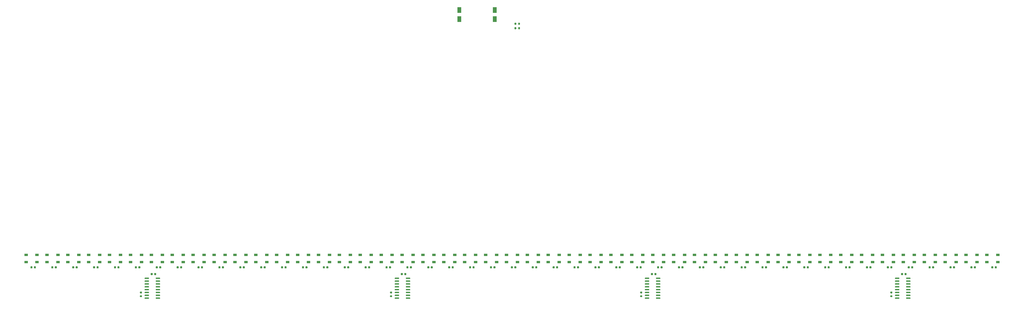
<source format=gbr>
G04 #@! TF.GenerationSoftware,KiCad,Pcbnew,(5.1.7)-1*
G04 #@! TF.CreationDate,2021-02-18T19:16:30-05:00*
G04 #@! TF.ProjectId,OpeNITHM-full,4f70654e-4954-4484-9d2d-66756c6c2e6b,rev?*
G04 #@! TF.SameCoordinates,Original*
G04 #@! TF.FileFunction,Paste,Top*
G04 #@! TF.FilePolarity,Positive*
%FSLAX46Y46*%
G04 Gerber Fmt 4.6, Leading zero omitted, Abs format (unit mm)*
G04 Created by KiCad (PCBNEW (5.1.7)-1) date 2021-02-18 19:16:30*
%MOMM*%
%LPD*%
G01*
G04 APERTURE LIST*
%ADD10R,1.500000X1.000000*%
%ADD11R,1.800000X2.500000*%
G04 APERTURE END LIST*
D10*
X365116667Y-121600000D03*
X365116667Y-118400000D03*
X360216667Y-121600000D03*
X360216667Y-118400000D03*
X355783318Y-121600000D03*
X355783318Y-118400000D03*
X350883318Y-121600000D03*
X350883318Y-118400000D03*
X346449985Y-121600000D03*
X346449985Y-118400000D03*
X341549985Y-121600000D03*
X341549985Y-118400000D03*
X337116652Y-121600000D03*
X337116652Y-118400000D03*
X332216652Y-121600000D03*
X332216652Y-118400000D03*
X327783319Y-121600000D03*
X327783319Y-118400000D03*
X322883319Y-121600000D03*
X322883319Y-118400000D03*
X318449986Y-121600000D03*
X318449986Y-118400000D03*
X313549986Y-121600000D03*
X313549986Y-118400000D03*
X309116653Y-121600000D03*
X309116653Y-118400000D03*
X304216653Y-121600000D03*
X304216653Y-118400000D03*
X299783320Y-121600000D03*
X299783320Y-118400000D03*
X294883320Y-121600000D03*
X294883320Y-118400000D03*
X285549987Y-118400000D03*
X285549987Y-121600000D03*
X290449987Y-118400000D03*
X290449987Y-121600000D03*
X276216654Y-118400000D03*
X276216654Y-121600000D03*
X281116654Y-118400000D03*
X281116654Y-121600000D03*
X266883321Y-118400000D03*
X266883321Y-121600000D03*
X271783321Y-118400000D03*
X271783321Y-121600000D03*
X257549988Y-118400000D03*
X257549988Y-121600000D03*
X262449988Y-118400000D03*
X262449988Y-121600000D03*
X248216655Y-118400000D03*
X248216655Y-121600000D03*
X253116655Y-118400000D03*
X253116655Y-121600000D03*
X238883322Y-118400000D03*
X238883322Y-121600000D03*
X243783322Y-118400000D03*
X243783322Y-121600000D03*
X229549989Y-118400000D03*
X229549989Y-121600000D03*
X234449989Y-118400000D03*
X234449989Y-121600000D03*
X220216656Y-118400000D03*
X220216656Y-121600000D03*
X225116656Y-118400000D03*
X225116656Y-121600000D03*
X210883323Y-118400000D03*
X210883323Y-121600000D03*
X215783323Y-118400000D03*
X215783323Y-121600000D03*
X201549990Y-118400000D03*
X201549990Y-121600000D03*
X206449990Y-118400000D03*
X206449990Y-121600000D03*
X192216657Y-118400000D03*
X192216657Y-121600000D03*
X197116657Y-118400000D03*
X197116657Y-121600000D03*
X182883324Y-118400000D03*
X182883324Y-121600000D03*
X187783324Y-118400000D03*
X187783324Y-121600000D03*
X173549991Y-118400000D03*
X173549991Y-121600000D03*
X178449991Y-118400000D03*
X178449991Y-121600000D03*
X164216658Y-118400000D03*
X164216658Y-121600000D03*
X169116658Y-118400000D03*
X169116658Y-121600000D03*
X154883325Y-118400000D03*
X154883325Y-121600000D03*
X159783325Y-118400000D03*
X159783325Y-121600000D03*
X145549992Y-118400000D03*
X145549992Y-121600000D03*
X150449992Y-118400000D03*
X150449992Y-121600000D03*
X136216659Y-118400000D03*
X136216659Y-121600000D03*
X141116659Y-118400000D03*
X141116659Y-121600000D03*
X126883326Y-118400000D03*
X126883326Y-121600000D03*
X131783326Y-118400000D03*
X131783326Y-121600000D03*
X117549993Y-118400000D03*
X117549993Y-121600000D03*
X122449993Y-118400000D03*
X122449993Y-121600000D03*
X108216660Y-118400000D03*
X108216660Y-121600000D03*
X113116660Y-118400000D03*
X113116660Y-121600000D03*
X98883327Y-118400000D03*
X98883327Y-121600000D03*
X103783327Y-118400000D03*
X103783327Y-121600000D03*
X89549994Y-118400000D03*
X89549994Y-121600000D03*
X94449994Y-118400000D03*
X94449994Y-121600000D03*
X80216661Y-118400000D03*
X80216661Y-121600000D03*
X85116661Y-118400000D03*
X85116661Y-121600000D03*
X70883328Y-118400000D03*
X70883328Y-121600000D03*
X75783328Y-118400000D03*
X75783328Y-121600000D03*
X61549995Y-118400000D03*
X61549995Y-121600000D03*
X66449995Y-118400000D03*
X66449995Y-121600000D03*
X52216662Y-118400000D03*
X52216662Y-121600000D03*
X57116662Y-118400000D03*
X57116662Y-121600000D03*
X42883329Y-118400000D03*
X42883329Y-121600000D03*
X47783329Y-118400000D03*
X47783329Y-121600000D03*
X33549996Y-118400000D03*
X33549996Y-121600000D03*
X38449996Y-118400000D03*
X38449996Y-121600000D03*
X24216663Y-118400000D03*
X24216663Y-121600000D03*
X29116663Y-118400000D03*
X29116663Y-121600000D03*
X14883330Y-118400000D03*
X14883330Y-121600000D03*
X19783330Y-118400000D03*
X19783330Y-121600000D03*
X5549997Y-118400000D03*
X5549997Y-121600000D03*
X10449997Y-118400000D03*
X10449997Y-121600000D03*
X-3783336Y-118400000D03*
X-3783336Y-121600000D03*
X1116664Y-118400000D03*
X1116664Y-121600000D03*
X-13116669Y-118400000D03*
X-13116669Y-121600000D03*
X-8216669Y-118400000D03*
X-8216669Y-121600000D03*
X-22450002Y-118400000D03*
X-22450002Y-121600000D03*
X-17550002Y-118400000D03*
X-17550002Y-121600000D03*
X-31783335Y-118400000D03*
X-31783335Y-121600000D03*
X-26883335Y-118400000D03*
X-26883335Y-121600000D03*
X-41116668Y-118400000D03*
X-41116668Y-121600000D03*
X-36216668Y-118400000D03*
X-36216668Y-121600000D03*
X-50450001Y-118400000D03*
X-50450001Y-121600000D03*
X-45550001Y-118400000D03*
X-45550001Y-121600000D03*
X-59783334Y-118400000D03*
X-59783334Y-121600000D03*
X-54883334Y-118400000D03*
X-54883334Y-121600000D03*
G36*
G01*
X363716667Y-124250000D02*
X363716667Y-123750000D01*
G75*
G02*
X363941667Y-123525000I225000J0D01*
G01*
X364391667Y-123525000D01*
G75*
G02*
X364616667Y-123750000I0J-225000D01*
G01*
X364616667Y-124250000D01*
G75*
G02*
X364391667Y-124475000I-225000J0D01*
G01*
X363941667Y-124475000D01*
G75*
G02*
X363716667Y-124250000I0J225000D01*
G01*
G37*
G36*
G01*
X362166667Y-124250000D02*
X362166667Y-123750000D01*
G75*
G02*
X362391667Y-123525000I225000J0D01*
G01*
X362841667Y-123525000D01*
G75*
G02*
X363066667Y-123750000I0J-225000D01*
G01*
X363066667Y-124250000D01*
G75*
G02*
X362841667Y-124475000I-225000J0D01*
G01*
X362391667Y-124475000D01*
G75*
G02*
X362166667Y-124250000I0J225000D01*
G01*
G37*
G36*
G01*
X354383318Y-124250000D02*
X354383318Y-123750000D01*
G75*
G02*
X354608318Y-123525000I225000J0D01*
G01*
X355058318Y-123525000D01*
G75*
G02*
X355283318Y-123750000I0J-225000D01*
G01*
X355283318Y-124250000D01*
G75*
G02*
X355058318Y-124475000I-225000J0D01*
G01*
X354608318Y-124475000D01*
G75*
G02*
X354383318Y-124250000I0J225000D01*
G01*
G37*
G36*
G01*
X352833318Y-124250000D02*
X352833318Y-123750000D01*
G75*
G02*
X353058318Y-123525000I225000J0D01*
G01*
X353508318Y-123525000D01*
G75*
G02*
X353733318Y-123750000I0J-225000D01*
G01*
X353733318Y-124250000D01*
G75*
G02*
X353508318Y-124475000I-225000J0D01*
G01*
X353058318Y-124475000D01*
G75*
G02*
X352833318Y-124250000I0J225000D01*
G01*
G37*
G36*
G01*
X345049985Y-124250000D02*
X345049985Y-123750000D01*
G75*
G02*
X345274985Y-123525000I225000J0D01*
G01*
X345724985Y-123525000D01*
G75*
G02*
X345949985Y-123750000I0J-225000D01*
G01*
X345949985Y-124250000D01*
G75*
G02*
X345724985Y-124475000I-225000J0D01*
G01*
X345274985Y-124475000D01*
G75*
G02*
X345049985Y-124250000I0J225000D01*
G01*
G37*
G36*
G01*
X343499985Y-124250000D02*
X343499985Y-123750000D01*
G75*
G02*
X343724985Y-123525000I225000J0D01*
G01*
X344174985Y-123525000D01*
G75*
G02*
X344399985Y-123750000I0J-225000D01*
G01*
X344399985Y-124250000D01*
G75*
G02*
X344174985Y-124475000I-225000J0D01*
G01*
X343724985Y-124475000D01*
G75*
G02*
X343499985Y-124250000I0J225000D01*
G01*
G37*
G36*
G01*
X335716652Y-124250000D02*
X335716652Y-123750000D01*
G75*
G02*
X335941652Y-123525000I225000J0D01*
G01*
X336391652Y-123525000D01*
G75*
G02*
X336616652Y-123750000I0J-225000D01*
G01*
X336616652Y-124250000D01*
G75*
G02*
X336391652Y-124475000I-225000J0D01*
G01*
X335941652Y-124475000D01*
G75*
G02*
X335716652Y-124250000I0J225000D01*
G01*
G37*
G36*
G01*
X334166652Y-124250000D02*
X334166652Y-123750000D01*
G75*
G02*
X334391652Y-123525000I225000J0D01*
G01*
X334841652Y-123525000D01*
G75*
G02*
X335066652Y-123750000I0J-225000D01*
G01*
X335066652Y-124250000D01*
G75*
G02*
X334841652Y-124475000I-225000J0D01*
G01*
X334391652Y-124475000D01*
G75*
G02*
X334166652Y-124250000I0J225000D01*
G01*
G37*
G36*
G01*
X326383319Y-124250000D02*
X326383319Y-123750000D01*
G75*
G02*
X326608319Y-123525000I225000J0D01*
G01*
X327058319Y-123525000D01*
G75*
G02*
X327283319Y-123750000I0J-225000D01*
G01*
X327283319Y-124250000D01*
G75*
G02*
X327058319Y-124475000I-225000J0D01*
G01*
X326608319Y-124475000D01*
G75*
G02*
X326383319Y-124250000I0J225000D01*
G01*
G37*
G36*
G01*
X324833319Y-124250000D02*
X324833319Y-123750000D01*
G75*
G02*
X325058319Y-123525000I225000J0D01*
G01*
X325508319Y-123525000D01*
G75*
G02*
X325733319Y-123750000I0J-225000D01*
G01*
X325733319Y-124250000D01*
G75*
G02*
X325508319Y-124475000I-225000J0D01*
G01*
X325058319Y-124475000D01*
G75*
G02*
X324833319Y-124250000I0J225000D01*
G01*
G37*
G36*
G01*
X317049986Y-124250000D02*
X317049986Y-123750000D01*
G75*
G02*
X317274986Y-123525000I225000J0D01*
G01*
X317724986Y-123525000D01*
G75*
G02*
X317949986Y-123750000I0J-225000D01*
G01*
X317949986Y-124250000D01*
G75*
G02*
X317724986Y-124475000I-225000J0D01*
G01*
X317274986Y-124475000D01*
G75*
G02*
X317049986Y-124250000I0J225000D01*
G01*
G37*
G36*
G01*
X315499986Y-124250000D02*
X315499986Y-123750000D01*
G75*
G02*
X315724986Y-123525000I225000J0D01*
G01*
X316174986Y-123525000D01*
G75*
G02*
X316399986Y-123750000I0J-225000D01*
G01*
X316399986Y-124250000D01*
G75*
G02*
X316174986Y-124475000I-225000J0D01*
G01*
X315724986Y-124475000D01*
G75*
G02*
X315499986Y-124250000I0J225000D01*
G01*
G37*
G36*
G01*
X307716653Y-124250000D02*
X307716653Y-123750000D01*
G75*
G02*
X307941653Y-123525000I225000J0D01*
G01*
X308391653Y-123525000D01*
G75*
G02*
X308616653Y-123750000I0J-225000D01*
G01*
X308616653Y-124250000D01*
G75*
G02*
X308391653Y-124475000I-225000J0D01*
G01*
X307941653Y-124475000D01*
G75*
G02*
X307716653Y-124250000I0J225000D01*
G01*
G37*
G36*
G01*
X306166653Y-124250000D02*
X306166653Y-123750000D01*
G75*
G02*
X306391653Y-123525000I225000J0D01*
G01*
X306841653Y-123525000D01*
G75*
G02*
X307066653Y-123750000I0J-225000D01*
G01*
X307066653Y-124250000D01*
G75*
G02*
X306841653Y-124475000I-225000J0D01*
G01*
X306391653Y-124475000D01*
G75*
G02*
X306166653Y-124250000I0J225000D01*
G01*
G37*
G36*
G01*
X298383320Y-124250000D02*
X298383320Y-123750000D01*
G75*
G02*
X298608320Y-123525000I225000J0D01*
G01*
X299058320Y-123525000D01*
G75*
G02*
X299283320Y-123750000I0J-225000D01*
G01*
X299283320Y-124250000D01*
G75*
G02*
X299058320Y-124475000I-225000J0D01*
G01*
X298608320Y-124475000D01*
G75*
G02*
X298383320Y-124250000I0J225000D01*
G01*
G37*
G36*
G01*
X296833320Y-124250000D02*
X296833320Y-123750000D01*
G75*
G02*
X297058320Y-123525000I225000J0D01*
G01*
X297508320Y-123525000D01*
G75*
G02*
X297733320Y-123750000I0J-225000D01*
G01*
X297733320Y-124250000D01*
G75*
G02*
X297508320Y-124475000I-225000J0D01*
G01*
X297058320Y-124475000D01*
G75*
G02*
X296833320Y-124250000I0J225000D01*
G01*
G37*
G36*
G01*
X289049987Y-124250000D02*
X289049987Y-123750000D01*
G75*
G02*
X289274987Y-123525000I225000J0D01*
G01*
X289724987Y-123525000D01*
G75*
G02*
X289949987Y-123750000I0J-225000D01*
G01*
X289949987Y-124250000D01*
G75*
G02*
X289724987Y-124475000I-225000J0D01*
G01*
X289274987Y-124475000D01*
G75*
G02*
X289049987Y-124250000I0J225000D01*
G01*
G37*
G36*
G01*
X287499987Y-124250000D02*
X287499987Y-123750000D01*
G75*
G02*
X287724987Y-123525000I225000J0D01*
G01*
X288174987Y-123525000D01*
G75*
G02*
X288399987Y-123750000I0J-225000D01*
G01*
X288399987Y-124250000D01*
G75*
G02*
X288174987Y-124475000I-225000J0D01*
G01*
X287724987Y-124475000D01*
G75*
G02*
X287499987Y-124250000I0J225000D01*
G01*
G37*
G36*
G01*
X278166654Y-124250000D02*
X278166654Y-123750000D01*
G75*
G02*
X278391654Y-123525000I225000J0D01*
G01*
X278841654Y-123525000D01*
G75*
G02*
X279066654Y-123750000I0J-225000D01*
G01*
X279066654Y-124250000D01*
G75*
G02*
X278841654Y-124475000I-225000J0D01*
G01*
X278391654Y-124475000D01*
G75*
G02*
X278166654Y-124250000I0J225000D01*
G01*
G37*
G36*
G01*
X279716654Y-124250000D02*
X279716654Y-123750000D01*
G75*
G02*
X279941654Y-123525000I225000J0D01*
G01*
X280391654Y-123525000D01*
G75*
G02*
X280616654Y-123750000I0J-225000D01*
G01*
X280616654Y-124250000D01*
G75*
G02*
X280391654Y-124475000I-225000J0D01*
G01*
X279941654Y-124475000D01*
G75*
G02*
X279716654Y-124250000I0J225000D01*
G01*
G37*
G36*
G01*
X268833321Y-124250000D02*
X268833321Y-123750000D01*
G75*
G02*
X269058321Y-123525000I225000J0D01*
G01*
X269508321Y-123525000D01*
G75*
G02*
X269733321Y-123750000I0J-225000D01*
G01*
X269733321Y-124250000D01*
G75*
G02*
X269508321Y-124475000I-225000J0D01*
G01*
X269058321Y-124475000D01*
G75*
G02*
X268833321Y-124250000I0J225000D01*
G01*
G37*
G36*
G01*
X270383321Y-124250000D02*
X270383321Y-123750000D01*
G75*
G02*
X270608321Y-123525000I225000J0D01*
G01*
X271058321Y-123525000D01*
G75*
G02*
X271283321Y-123750000I0J-225000D01*
G01*
X271283321Y-124250000D01*
G75*
G02*
X271058321Y-124475000I-225000J0D01*
G01*
X270608321Y-124475000D01*
G75*
G02*
X270383321Y-124250000I0J225000D01*
G01*
G37*
G36*
G01*
X259499988Y-124250000D02*
X259499988Y-123750000D01*
G75*
G02*
X259724988Y-123525000I225000J0D01*
G01*
X260174988Y-123525000D01*
G75*
G02*
X260399988Y-123750000I0J-225000D01*
G01*
X260399988Y-124250000D01*
G75*
G02*
X260174988Y-124475000I-225000J0D01*
G01*
X259724988Y-124475000D01*
G75*
G02*
X259499988Y-124250000I0J225000D01*
G01*
G37*
G36*
G01*
X261049988Y-124250000D02*
X261049988Y-123750000D01*
G75*
G02*
X261274988Y-123525000I225000J0D01*
G01*
X261724988Y-123525000D01*
G75*
G02*
X261949988Y-123750000I0J-225000D01*
G01*
X261949988Y-124250000D01*
G75*
G02*
X261724988Y-124475000I-225000J0D01*
G01*
X261274988Y-124475000D01*
G75*
G02*
X261049988Y-124250000I0J225000D01*
G01*
G37*
G36*
G01*
X250166655Y-124250000D02*
X250166655Y-123750000D01*
G75*
G02*
X250391655Y-123525000I225000J0D01*
G01*
X250841655Y-123525000D01*
G75*
G02*
X251066655Y-123750000I0J-225000D01*
G01*
X251066655Y-124250000D01*
G75*
G02*
X250841655Y-124475000I-225000J0D01*
G01*
X250391655Y-124475000D01*
G75*
G02*
X250166655Y-124250000I0J225000D01*
G01*
G37*
G36*
G01*
X251716655Y-124250000D02*
X251716655Y-123750000D01*
G75*
G02*
X251941655Y-123525000I225000J0D01*
G01*
X252391655Y-123525000D01*
G75*
G02*
X252616655Y-123750000I0J-225000D01*
G01*
X252616655Y-124250000D01*
G75*
G02*
X252391655Y-124475000I-225000J0D01*
G01*
X251941655Y-124475000D01*
G75*
G02*
X251716655Y-124250000I0J225000D01*
G01*
G37*
G36*
G01*
X240833322Y-124250000D02*
X240833322Y-123750000D01*
G75*
G02*
X241058322Y-123525000I225000J0D01*
G01*
X241508322Y-123525000D01*
G75*
G02*
X241733322Y-123750000I0J-225000D01*
G01*
X241733322Y-124250000D01*
G75*
G02*
X241508322Y-124475000I-225000J0D01*
G01*
X241058322Y-124475000D01*
G75*
G02*
X240833322Y-124250000I0J225000D01*
G01*
G37*
G36*
G01*
X242383322Y-124250000D02*
X242383322Y-123750000D01*
G75*
G02*
X242608322Y-123525000I225000J0D01*
G01*
X243058322Y-123525000D01*
G75*
G02*
X243283322Y-123750000I0J-225000D01*
G01*
X243283322Y-124250000D01*
G75*
G02*
X243058322Y-124475000I-225000J0D01*
G01*
X242608322Y-124475000D01*
G75*
G02*
X242383322Y-124250000I0J225000D01*
G01*
G37*
G36*
G01*
X231499989Y-124250000D02*
X231499989Y-123750000D01*
G75*
G02*
X231724989Y-123525000I225000J0D01*
G01*
X232174989Y-123525000D01*
G75*
G02*
X232399989Y-123750000I0J-225000D01*
G01*
X232399989Y-124250000D01*
G75*
G02*
X232174989Y-124475000I-225000J0D01*
G01*
X231724989Y-124475000D01*
G75*
G02*
X231499989Y-124250000I0J225000D01*
G01*
G37*
G36*
G01*
X233049989Y-124250000D02*
X233049989Y-123750000D01*
G75*
G02*
X233274989Y-123525000I225000J0D01*
G01*
X233724989Y-123525000D01*
G75*
G02*
X233949989Y-123750000I0J-225000D01*
G01*
X233949989Y-124250000D01*
G75*
G02*
X233724989Y-124475000I-225000J0D01*
G01*
X233274989Y-124475000D01*
G75*
G02*
X233049989Y-124250000I0J225000D01*
G01*
G37*
G36*
G01*
X222166656Y-124250000D02*
X222166656Y-123750000D01*
G75*
G02*
X222391656Y-123525000I225000J0D01*
G01*
X222841656Y-123525000D01*
G75*
G02*
X223066656Y-123750000I0J-225000D01*
G01*
X223066656Y-124250000D01*
G75*
G02*
X222841656Y-124475000I-225000J0D01*
G01*
X222391656Y-124475000D01*
G75*
G02*
X222166656Y-124250000I0J225000D01*
G01*
G37*
G36*
G01*
X223716656Y-124250000D02*
X223716656Y-123750000D01*
G75*
G02*
X223941656Y-123525000I225000J0D01*
G01*
X224391656Y-123525000D01*
G75*
G02*
X224616656Y-123750000I0J-225000D01*
G01*
X224616656Y-124250000D01*
G75*
G02*
X224391656Y-124475000I-225000J0D01*
G01*
X223941656Y-124475000D01*
G75*
G02*
X223716656Y-124250000I0J225000D01*
G01*
G37*
G36*
G01*
X212833323Y-124250000D02*
X212833323Y-123750000D01*
G75*
G02*
X213058323Y-123525000I225000J0D01*
G01*
X213508323Y-123525000D01*
G75*
G02*
X213733323Y-123750000I0J-225000D01*
G01*
X213733323Y-124250000D01*
G75*
G02*
X213508323Y-124475000I-225000J0D01*
G01*
X213058323Y-124475000D01*
G75*
G02*
X212833323Y-124250000I0J225000D01*
G01*
G37*
G36*
G01*
X214383323Y-124250000D02*
X214383323Y-123750000D01*
G75*
G02*
X214608323Y-123525000I225000J0D01*
G01*
X215058323Y-123525000D01*
G75*
G02*
X215283323Y-123750000I0J-225000D01*
G01*
X215283323Y-124250000D01*
G75*
G02*
X215058323Y-124475000I-225000J0D01*
G01*
X214608323Y-124475000D01*
G75*
G02*
X214383323Y-124250000I0J225000D01*
G01*
G37*
G36*
G01*
X203499990Y-124250000D02*
X203499990Y-123750000D01*
G75*
G02*
X203724990Y-123525000I225000J0D01*
G01*
X204174990Y-123525000D01*
G75*
G02*
X204399990Y-123750000I0J-225000D01*
G01*
X204399990Y-124250000D01*
G75*
G02*
X204174990Y-124475000I-225000J0D01*
G01*
X203724990Y-124475000D01*
G75*
G02*
X203499990Y-124250000I0J225000D01*
G01*
G37*
G36*
G01*
X205049990Y-124250000D02*
X205049990Y-123750000D01*
G75*
G02*
X205274990Y-123525000I225000J0D01*
G01*
X205724990Y-123525000D01*
G75*
G02*
X205949990Y-123750000I0J-225000D01*
G01*
X205949990Y-124250000D01*
G75*
G02*
X205724990Y-124475000I-225000J0D01*
G01*
X205274990Y-124475000D01*
G75*
G02*
X205049990Y-124250000I0J225000D01*
G01*
G37*
G36*
G01*
X194166657Y-124250000D02*
X194166657Y-123750000D01*
G75*
G02*
X194391657Y-123525000I225000J0D01*
G01*
X194841657Y-123525000D01*
G75*
G02*
X195066657Y-123750000I0J-225000D01*
G01*
X195066657Y-124250000D01*
G75*
G02*
X194841657Y-124475000I-225000J0D01*
G01*
X194391657Y-124475000D01*
G75*
G02*
X194166657Y-124250000I0J225000D01*
G01*
G37*
G36*
G01*
X195716657Y-124250000D02*
X195716657Y-123750000D01*
G75*
G02*
X195941657Y-123525000I225000J0D01*
G01*
X196391657Y-123525000D01*
G75*
G02*
X196616657Y-123750000I0J-225000D01*
G01*
X196616657Y-124250000D01*
G75*
G02*
X196391657Y-124475000I-225000J0D01*
G01*
X195941657Y-124475000D01*
G75*
G02*
X195716657Y-124250000I0J225000D01*
G01*
G37*
G36*
G01*
X184833324Y-124250000D02*
X184833324Y-123750000D01*
G75*
G02*
X185058324Y-123525000I225000J0D01*
G01*
X185508324Y-123525000D01*
G75*
G02*
X185733324Y-123750000I0J-225000D01*
G01*
X185733324Y-124250000D01*
G75*
G02*
X185508324Y-124475000I-225000J0D01*
G01*
X185058324Y-124475000D01*
G75*
G02*
X184833324Y-124250000I0J225000D01*
G01*
G37*
G36*
G01*
X186383324Y-124250000D02*
X186383324Y-123750000D01*
G75*
G02*
X186608324Y-123525000I225000J0D01*
G01*
X187058324Y-123525000D01*
G75*
G02*
X187283324Y-123750000I0J-225000D01*
G01*
X187283324Y-124250000D01*
G75*
G02*
X187058324Y-124475000I-225000J0D01*
G01*
X186608324Y-124475000D01*
G75*
G02*
X186383324Y-124250000I0J225000D01*
G01*
G37*
G36*
G01*
X175499991Y-124250000D02*
X175499991Y-123750000D01*
G75*
G02*
X175724991Y-123525000I225000J0D01*
G01*
X176174991Y-123525000D01*
G75*
G02*
X176399991Y-123750000I0J-225000D01*
G01*
X176399991Y-124250000D01*
G75*
G02*
X176174991Y-124475000I-225000J0D01*
G01*
X175724991Y-124475000D01*
G75*
G02*
X175499991Y-124250000I0J225000D01*
G01*
G37*
G36*
G01*
X177049991Y-124250000D02*
X177049991Y-123750000D01*
G75*
G02*
X177274991Y-123525000I225000J0D01*
G01*
X177724991Y-123525000D01*
G75*
G02*
X177949991Y-123750000I0J-225000D01*
G01*
X177949991Y-124250000D01*
G75*
G02*
X177724991Y-124475000I-225000J0D01*
G01*
X177274991Y-124475000D01*
G75*
G02*
X177049991Y-124250000I0J225000D01*
G01*
G37*
G36*
G01*
X166166658Y-124250000D02*
X166166658Y-123750000D01*
G75*
G02*
X166391658Y-123525000I225000J0D01*
G01*
X166841658Y-123525000D01*
G75*
G02*
X167066658Y-123750000I0J-225000D01*
G01*
X167066658Y-124250000D01*
G75*
G02*
X166841658Y-124475000I-225000J0D01*
G01*
X166391658Y-124475000D01*
G75*
G02*
X166166658Y-124250000I0J225000D01*
G01*
G37*
G36*
G01*
X167716658Y-124250000D02*
X167716658Y-123750000D01*
G75*
G02*
X167941658Y-123525000I225000J0D01*
G01*
X168391658Y-123525000D01*
G75*
G02*
X168616658Y-123750000I0J-225000D01*
G01*
X168616658Y-124250000D01*
G75*
G02*
X168391658Y-124475000I-225000J0D01*
G01*
X167941658Y-124475000D01*
G75*
G02*
X167716658Y-124250000I0J225000D01*
G01*
G37*
G36*
G01*
X156833325Y-124250000D02*
X156833325Y-123750000D01*
G75*
G02*
X157058325Y-123525000I225000J0D01*
G01*
X157508325Y-123525000D01*
G75*
G02*
X157733325Y-123750000I0J-225000D01*
G01*
X157733325Y-124250000D01*
G75*
G02*
X157508325Y-124475000I-225000J0D01*
G01*
X157058325Y-124475000D01*
G75*
G02*
X156833325Y-124250000I0J225000D01*
G01*
G37*
G36*
G01*
X158383325Y-124250000D02*
X158383325Y-123750000D01*
G75*
G02*
X158608325Y-123525000I225000J0D01*
G01*
X159058325Y-123525000D01*
G75*
G02*
X159283325Y-123750000I0J-225000D01*
G01*
X159283325Y-124250000D01*
G75*
G02*
X159058325Y-124475000I-225000J0D01*
G01*
X158608325Y-124475000D01*
G75*
G02*
X158383325Y-124250000I0J225000D01*
G01*
G37*
G36*
G01*
X147499992Y-124250000D02*
X147499992Y-123750000D01*
G75*
G02*
X147724992Y-123525000I225000J0D01*
G01*
X148174992Y-123525000D01*
G75*
G02*
X148399992Y-123750000I0J-225000D01*
G01*
X148399992Y-124250000D01*
G75*
G02*
X148174992Y-124475000I-225000J0D01*
G01*
X147724992Y-124475000D01*
G75*
G02*
X147499992Y-124250000I0J225000D01*
G01*
G37*
G36*
G01*
X149049992Y-124250000D02*
X149049992Y-123750000D01*
G75*
G02*
X149274992Y-123525000I225000J0D01*
G01*
X149724992Y-123525000D01*
G75*
G02*
X149949992Y-123750000I0J-225000D01*
G01*
X149949992Y-124250000D01*
G75*
G02*
X149724992Y-124475000I-225000J0D01*
G01*
X149274992Y-124475000D01*
G75*
G02*
X149049992Y-124250000I0J225000D01*
G01*
G37*
G36*
G01*
X138166659Y-124250000D02*
X138166659Y-123750000D01*
G75*
G02*
X138391659Y-123525000I225000J0D01*
G01*
X138841659Y-123525000D01*
G75*
G02*
X139066659Y-123750000I0J-225000D01*
G01*
X139066659Y-124250000D01*
G75*
G02*
X138841659Y-124475000I-225000J0D01*
G01*
X138391659Y-124475000D01*
G75*
G02*
X138166659Y-124250000I0J225000D01*
G01*
G37*
G36*
G01*
X139716659Y-124250000D02*
X139716659Y-123750000D01*
G75*
G02*
X139941659Y-123525000I225000J0D01*
G01*
X140391659Y-123525000D01*
G75*
G02*
X140616659Y-123750000I0J-225000D01*
G01*
X140616659Y-124250000D01*
G75*
G02*
X140391659Y-124475000I-225000J0D01*
G01*
X139941659Y-124475000D01*
G75*
G02*
X139716659Y-124250000I0J225000D01*
G01*
G37*
G36*
G01*
X128833326Y-124250000D02*
X128833326Y-123750000D01*
G75*
G02*
X129058326Y-123525000I225000J0D01*
G01*
X129508326Y-123525000D01*
G75*
G02*
X129733326Y-123750000I0J-225000D01*
G01*
X129733326Y-124250000D01*
G75*
G02*
X129508326Y-124475000I-225000J0D01*
G01*
X129058326Y-124475000D01*
G75*
G02*
X128833326Y-124250000I0J225000D01*
G01*
G37*
G36*
G01*
X130383326Y-124250000D02*
X130383326Y-123750000D01*
G75*
G02*
X130608326Y-123525000I225000J0D01*
G01*
X131058326Y-123525000D01*
G75*
G02*
X131283326Y-123750000I0J-225000D01*
G01*
X131283326Y-124250000D01*
G75*
G02*
X131058326Y-124475000I-225000J0D01*
G01*
X130608326Y-124475000D01*
G75*
G02*
X130383326Y-124250000I0J225000D01*
G01*
G37*
G36*
G01*
X119499993Y-124250000D02*
X119499993Y-123750000D01*
G75*
G02*
X119724993Y-123525000I225000J0D01*
G01*
X120174993Y-123525000D01*
G75*
G02*
X120399993Y-123750000I0J-225000D01*
G01*
X120399993Y-124250000D01*
G75*
G02*
X120174993Y-124475000I-225000J0D01*
G01*
X119724993Y-124475000D01*
G75*
G02*
X119499993Y-124250000I0J225000D01*
G01*
G37*
G36*
G01*
X121049993Y-124250000D02*
X121049993Y-123750000D01*
G75*
G02*
X121274993Y-123525000I225000J0D01*
G01*
X121724993Y-123525000D01*
G75*
G02*
X121949993Y-123750000I0J-225000D01*
G01*
X121949993Y-124250000D01*
G75*
G02*
X121724993Y-124475000I-225000J0D01*
G01*
X121274993Y-124475000D01*
G75*
G02*
X121049993Y-124250000I0J225000D01*
G01*
G37*
G36*
G01*
X110166660Y-124250000D02*
X110166660Y-123750000D01*
G75*
G02*
X110391660Y-123525000I225000J0D01*
G01*
X110841660Y-123525000D01*
G75*
G02*
X111066660Y-123750000I0J-225000D01*
G01*
X111066660Y-124250000D01*
G75*
G02*
X110841660Y-124475000I-225000J0D01*
G01*
X110391660Y-124475000D01*
G75*
G02*
X110166660Y-124250000I0J225000D01*
G01*
G37*
G36*
G01*
X111716660Y-124250000D02*
X111716660Y-123750000D01*
G75*
G02*
X111941660Y-123525000I225000J0D01*
G01*
X112391660Y-123525000D01*
G75*
G02*
X112616660Y-123750000I0J-225000D01*
G01*
X112616660Y-124250000D01*
G75*
G02*
X112391660Y-124475000I-225000J0D01*
G01*
X111941660Y-124475000D01*
G75*
G02*
X111716660Y-124250000I0J225000D01*
G01*
G37*
G36*
G01*
X100833327Y-124250000D02*
X100833327Y-123750000D01*
G75*
G02*
X101058327Y-123525000I225000J0D01*
G01*
X101508327Y-123525000D01*
G75*
G02*
X101733327Y-123750000I0J-225000D01*
G01*
X101733327Y-124250000D01*
G75*
G02*
X101508327Y-124475000I-225000J0D01*
G01*
X101058327Y-124475000D01*
G75*
G02*
X100833327Y-124250000I0J225000D01*
G01*
G37*
G36*
G01*
X102383327Y-124250000D02*
X102383327Y-123750000D01*
G75*
G02*
X102608327Y-123525000I225000J0D01*
G01*
X103058327Y-123525000D01*
G75*
G02*
X103283327Y-123750000I0J-225000D01*
G01*
X103283327Y-124250000D01*
G75*
G02*
X103058327Y-124475000I-225000J0D01*
G01*
X102608327Y-124475000D01*
G75*
G02*
X102383327Y-124250000I0J225000D01*
G01*
G37*
G36*
G01*
X91499994Y-124250000D02*
X91499994Y-123750000D01*
G75*
G02*
X91724994Y-123525000I225000J0D01*
G01*
X92174994Y-123525000D01*
G75*
G02*
X92399994Y-123750000I0J-225000D01*
G01*
X92399994Y-124250000D01*
G75*
G02*
X92174994Y-124475000I-225000J0D01*
G01*
X91724994Y-124475000D01*
G75*
G02*
X91499994Y-124250000I0J225000D01*
G01*
G37*
G36*
G01*
X93049994Y-124250000D02*
X93049994Y-123750000D01*
G75*
G02*
X93274994Y-123525000I225000J0D01*
G01*
X93724994Y-123525000D01*
G75*
G02*
X93949994Y-123750000I0J-225000D01*
G01*
X93949994Y-124250000D01*
G75*
G02*
X93724994Y-124475000I-225000J0D01*
G01*
X93274994Y-124475000D01*
G75*
G02*
X93049994Y-124250000I0J225000D01*
G01*
G37*
G36*
G01*
X82166661Y-124250000D02*
X82166661Y-123750000D01*
G75*
G02*
X82391661Y-123525000I225000J0D01*
G01*
X82841661Y-123525000D01*
G75*
G02*
X83066661Y-123750000I0J-225000D01*
G01*
X83066661Y-124250000D01*
G75*
G02*
X82841661Y-124475000I-225000J0D01*
G01*
X82391661Y-124475000D01*
G75*
G02*
X82166661Y-124250000I0J225000D01*
G01*
G37*
G36*
G01*
X83716661Y-124250000D02*
X83716661Y-123750000D01*
G75*
G02*
X83941661Y-123525000I225000J0D01*
G01*
X84391661Y-123525000D01*
G75*
G02*
X84616661Y-123750000I0J-225000D01*
G01*
X84616661Y-124250000D01*
G75*
G02*
X84391661Y-124475000I-225000J0D01*
G01*
X83941661Y-124475000D01*
G75*
G02*
X83716661Y-124250000I0J225000D01*
G01*
G37*
G36*
G01*
X72833328Y-124250000D02*
X72833328Y-123750000D01*
G75*
G02*
X73058328Y-123525000I225000J0D01*
G01*
X73508328Y-123525000D01*
G75*
G02*
X73733328Y-123750000I0J-225000D01*
G01*
X73733328Y-124250000D01*
G75*
G02*
X73508328Y-124475000I-225000J0D01*
G01*
X73058328Y-124475000D01*
G75*
G02*
X72833328Y-124250000I0J225000D01*
G01*
G37*
G36*
G01*
X74383328Y-124250000D02*
X74383328Y-123750000D01*
G75*
G02*
X74608328Y-123525000I225000J0D01*
G01*
X75058328Y-123525000D01*
G75*
G02*
X75283328Y-123750000I0J-225000D01*
G01*
X75283328Y-124250000D01*
G75*
G02*
X75058328Y-124475000I-225000J0D01*
G01*
X74608328Y-124475000D01*
G75*
G02*
X74383328Y-124250000I0J225000D01*
G01*
G37*
G36*
G01*
X63499995Y-124250000D02*
X63499995Y-123750000D01*
G75*
G02*
X63724995Y-123525000I225000J0D01*
G01*
X64174995Y-123525000D01*
G75*
G02*
X64399995Y-123750000I0J-225000D01*
G01*
X64399995Y-124250000D01*
G75*
G02*
X64174995Y-124475000I-225000J0D01*
G01*
X63724995Y-124475000D01*
G75*
G02*
X63499995Y-124250000I0J225000D01*
G01*
G37*
G36*
G01*
X65049995Y-124250000D02*
X65049995Y-123750000D01*
G75*
G02*
X65274995Y-123525000I225000J0D01*
G01*
X65724995Y-123525000D01*
G75*
G02*
X65949995Y-123750000I0J-225000D01*
G01*
X65949995Y-124250000D01*
G75*
G02*
X65724995Y-124475000I-225000J0D01*
G01*
X65274995Y-124475000D01*
G75*
G02*
X65049995Y-124250000I0J225000D01*
G01*
G37*
G36*
G01*
X54166662Y-124250000D02*
X54166662Y-123750000D01*
G75*
G02*
X54391662Y-123525000I225000J0D01*
G01*
X54841662Y-123525000D01*
G75*
G02*
X55066662Y-123750000I0J-225000D01*
G01*
X55066662Y-124250000D01*
G75*
G02*
X54841662Y-124475000I-225000J0D01*
G01*
X54391662Y-124475000D01*
G75*
G02*
X54166662Y-124250000I0J225000D01*
G01*
G37*
G36*
G01*
X55716662Y-124250000D02*
X55716662Y-123750000D01*
G75*
G02*
X55941662Y-123525000I225000J0D01*
G01*
X56391662Y-123525000D01*
G75*
G02*
X56616662Y-123750000I0J-225000D01*
G01*
X56616662Y-124250000D01*
G75*
G02*
X56391662Y-124475000I-225000J0D01*
G01*
X55941662Y-124475000D01*
G75*
G02*
X55716662Y-124250000I0J225000D01*
G01*
G37*
G36*
G01*
X44833329Y-124250000D02*
X44833329Y-123750000D01*
G75*
G02*
X45058329Y-123525000I225000J0D01*
G01*
X45508329Y-123525000D01*
G75*
G02*
X45733329Y-123750000I0J-225000D01*
G01*
X45733329Y-124250000D01*
G75*
G02*
X45508329Y-124475000I-225000J0D01*
G01*
X45058329Y-124475000D01*
G75*
G02*
X44833329Y-124250000I0J225000D01*
G01*
G37*
G36*
G01*
X46383329Y-124250000D02*
X46383329Y-123750000D01*
G75*
G02*
X46608329Y-123525000I225000J0D01*
G01*
X47058329Y-123525000D01*
G75*
G02*
X47283329Y-123750000I0J-225000D01*
G01*
X47283329Y-124250000D01*
G75*
G02*
X47058329Y-124475000I-225000J0D01*
G01*
X46608329Y-124475000D01*
G75*
G02*
X46383329Y-124250000I0J225000D01*
G01*
G37*
G36*
G01*
X35499996Y-124250000D02*
X35499996Y-123750000D01*
G75*
G02*
X35724996Y-123525000I225000J0D01*
G01*
X36174996Y-123525000D01*
G75*
G02*
X36399996Y-123750000I0J-225000D01*
G01*
X36399996Y-124250000D01*
G75*
G02*
X36174996Y-124475000I-225000J0D01*
G01*
X35724996Y-124475000D01*
G75*
G02*
X35499996Y-124250000I0J225000D01*
G01*
G37*
G36*
G01*
X37049996Y-124250000D02*
X37049996Y-123750000D01*
G75*
G02*
X37274996Y-123525000I225000J0D01*
G01*
X37724996Y-123525000D01*
G75*
G02*
X37949996Y-123750000I0J-225000D01*
G01*
X37949996Y-124250000D01*
G75*
G02*
X37724996Y-124475000I-225000J0D01*
G01*
X37274996Y-124475000D01*
G75*
G02*
X37049996Y-124250000I0J225000D01*
G01*
G37*
G36*
G01*
X26166663Y-124250000D02*
X26166663Y-123750000D01*
G75*
G02*
X26391663Y-123525000I225000J0D01*
G01*
X26841663Y-123525000D01*
G75*
G02*
X27066663Y-123750000I0J-225000D01*
G01*
X27066663Y-124250000D01*
G75*
G02*
X26841663Y-124475000I-225000J0D01*
G01*
X26391663Y-124475000D01*
G75*
G02*
X26166663Y-124250000I0J225000D01*
G01*
G37*
G36*
G01*
X27716663Y-124250000D02*
X27716663Y-123750000D01*
G75*
G02*
X27941663Y-123525000I225000J0D01*
G01*
X28391663Y-123525000D01*
G75*
G02*
X28616663Y-123750000I0J-225000D01*
G01*
X28616663Y-124250000D01*
G75*
G02*
X28391663Y-124475000I-225000J0D01*
G01*
X27941663Y-124475000D01*
G75*
G02*
X27716663Y-124250000I0J225000D01*
G01*
G37*
G36*
G01*
X18383330Y-124250000D02*
X18383330Y-123750000D01*
G75*
G02*
X18608330Y-123525000I225000J0D01*
G01*
X19058330Y-123525000D01*
G75*
G02*
X19283330Y-123750000I0J-225000D01*
G01*
X19283330Y-124250000D01*
G75*
G02*
X19058330Y-124475000I-225000J0D01*
G01*
X18608330Y-124475000D01*
G75*
G02*
X18383330Y-124250000I0J225000D01*
G01*
G37*
G36*
G01*
X16833330Y-124250000D02*
X16833330Y-123750000D01*
G75*
G02*
X17058330Y-123525000I225000J0D01*
G01*
X17508330Y-123525000D01*
G75*
G02*
X17733330Y-123750000I0J-225000D01*
G01*
X17733330Y-124250000D01*
G75*
G02*
X17508330Y-124475000I-225000J0D01*
G01*
X17058330Y-124475000D01*
G75*
G02*
X16833330Y-124250000I0J225000D01*
G01*
G37*
G36*
G01*
X7499997Y-124250000D02*
X7499997Y-123750000D01*
G75*
G02*
X7724997Y-123525000I225000J0D01*
G01*
X8174997Y-123525000D01*
G75*
G02*
X8399997Y-123750000I0J-225000D01*
G01*
X8399997Y-124250000D01*
G75*
G02*
X8174997Y-124475000I-225000J0D01*
G01*
X7724997Y-124475000D01*
G75*
G02*
X7499997Y-124250000I0J225000D01*
G01*
G37*
G36*
G01*
X9049997Y-124250000D02*
X9049997Y-123750000D01*
G75*
G02*
X9274997Y-123525000I225000J0D01*
G01*
X9724997Y-123525000D01*
G75*
G02*
X9949997Y-123750000I0J-225000D01*
G01*
X9949997Y-124250000D01*
G75*
G02*
X9724997Y-124475000I-225000J0D01*
G01*
X9274997Y-124475000D01*
G75*
G02*
X9049997Y-124250000I0J225000D01*
G01*
G37*
G36*
G01*
X-1833336Y-124250000D02*
X-1833336Y-123750000D01*
G75*
G02*
X-1608336Y-123525000I225000J0D01*
G01*
X-1158336Y-123525000D01*
G75*
G02*
X-933336Y-123750000I0J-225000D01*
G01*
X-933336Y-124250000D01*
G75*
G02*
X-1158336Y-124475000I-225000J0D01*
G01*
X-1608336Y-124475000D01*
G75*
G02*
X-1833336Y-124250000I0J225000D01*
G01*
G37*
G36*
G01*
X-283336Y-124250000D02*
X-283336Y-123750000D01*
G75*
G02*
X-58336Y-123525000I225000J0D01*
G01*
X391664Y-123525000D01*
G75*
G02*
X616664Y-123750000I0J-225000D01*
G01*
X616664Y-124250000D01*
G75*
G02*
X391664Y-124475000I-225000J0D01*
G01*
X-58336Y-124475000D01*
G75*
G02*
X-283336Y-124250000I0J225000D01*
G01*
G37*
G36*
G01*
X-11166669Y-124250000D02*
X-11166669Y-123750000D01*
G75*
G02*
X-10941669Y-123525000I225000J0D01*
G01*
X-10491669Y-123525000D01*
G75*
G02*
X-10266669Y-123750000I0J-225000D01*
G01*
X-10266669Y-124250000D01*
G75*
G02*
X-10491669Y-124475000I-225000J0D01*
G01*
X-10941669Y-124475000D01*
G75*
G02*
X-11166669Y-124250000I0J225000D01*
G01*
G37*
G36*
G01*
X-9616669Y-124250000D02*
X-9616669Y-123750000D01*
G75*
G02*
X-9391669Y-123525000I225000J0D01*
G01*
X-8941669Y-123525000D01*
G75*
G02*
X-8716669Y-123750000I0J-225000D01*
G01*
X-8716669Y-124250000D01*
G75*
G02*
X-8941669Y-124475000I-225000J0D01*
G01*
X-9391669Y-124475000D01*
G75*
G02*
X-9616669Y-124250000I0J225000D01*
G01*
G37*
G36*
G01*
X-20500002Y-124250000D02*
X-20500002Y-123750000D01*
G75*
G02*
X-20275002Y-123525000I225000J0D01*
G01*
X-19825002Y-123525000D01*
G75*
G02*
X-19600002Y-123750000I0J-225000D01*
G01*
X-19600002Y-124250000D01*
G75*
G02*
X-19825002Y-124475000I-225000J0D01*
G01*
X-20275002Y-124475000D01*
G75*
G02*
X-20500002Y-124250000I0J225000D01*
G01*
G37*
G36*
G01*
X-18950002Y-124250000D02*
X-18950002Y-123750000D01*
G75*
G02*
X-18725002Y-123525000I225000J0D01*
G01*
X-18275002Y-123525000D01*
G75*
G02*
X-18050002Y-123750000I0J-225000D01*
G01*
X-18050002Y-124250000D01*
G75*
G02*
X-18275002Y-124475000I-225000J0D01*
G01*
X-18725002Y-124475000D01*
G75*
G02*
X-18950002Y-124250000I0J225000D01*
G01*
G37*
G36*
G01*
X-29833335Y-124250000D02*
X-29833335Y-123750000D01*
G75*
G02*
X-29608335Y-123525000I225000J0D01*
G01*
X-29158335Y-123525000D01*
G75*
G02*
X-28933335Y-123750000I0J-225000D01*
G01*
X-28933335Y-124250000D01*
G75*
G02*
X-29158335Y-124475000I-225000J0D01*
G01*
X-29608335Y-124475000D01*
G75*
G02*
X-29833335Y-124250000I0J225000D01*
G01*
G37*
G36*
G01*
X-28283335Y-124250000D02*
X-28283335Y-123750000D01*
G75*
G02*
X-28058335Y-123525000I225000J0D01*
G01*
X-27608335Y-123525000D01*
G75*
G02*
X-27383335Y-123750000I0J-225000D01*
G01*
X-27383335Y-124250000D01*
G75*
G02*
X-27608335Y-124475000I-225000J0D01*
G01*
X-28058335Y-124475000D01*
G75*
G02*
X-28283335Y-124250000I0J225000D01*
G01*
G37*
G36*
G01*
X-39166668Y-124250000D02*
X-39166668Y-123750000D01*
G75*
G02*
X-38941668Y-123525000I225000J0D01*
G01*
X-38491668Y-123525000D01*
G75*
G02*
X-38266668Y-123750000I0J-225000D01*
G01*
X-38266668Y-124250000D01*
G75*
G02*
X-38491668Y-124475000I-225000J0D01*
G01*
X-38941668Y-124475000D01*
G75*
G02*
X-39166668Y-124250000I0J225000D01*
G01*
G37*
G36*
G01*
X-37616668Y-124250000D02*
X-37616668Y-123750000D01*
G75*
G02*
X-37391668Y-123525000I225000J0D01*
G01*
X-36941668Y-123525000D01*
G75*
G02*
X-36716668Y-123750000I0J-225000D01*
G01*
X-36716668Y-124250000D01*
G75*
G02*
X-36941668Y-124475000I-225000J0D01*
G01*
X-37391668Y-124475000D01*
G75*
G02*
X-37616668Y-124250000I0J225000D01*
G01*
G37*
G36*
G01*
X-48500001Y-124250000D02*
X-48500001Y-123750000D01*
G75*
G02*
X-48275001Y-123525000I225000J0D01*
G01*
X-47825001Y-123525000D01*
G75*
G02*
X-47600001Y-123750000I0J-225000D01*
G01*
X-47600001Y-124250000D01*
G75*
G02*
X-47825001Y-124475000I-225000J0D01*
G01*
X-48275001Y-124475000D01*
G75*
G02*
X-48500001Y-124250000I0J225000D01*
G01*
G37*
G36*
G01*
X-46950001Y-124250000D02*
X-46950001Y-123750000D01*
G75*
G02*
X-46725001Y-123525000I225000J0D01*
G01*
X-46275001Y-123525000D01*
G75*
G02*
X-46050001Y-123750000I0J-225000D01*
G01*
X-46050001Y-124250000D01*
G75*
G02*
X-46275001Y-124475000I-225000J0D01*
G01*
X-46725001Y-124475000D01*
G75*
G02*
X-46950001Y-124250000I0J225000D01*
G01*
G37*
G36*
G01*
X-57833334Y-124250000D02*
X-57833334Y-123750000D01*
G75*
G02*
X-57608334Y-123525000I225000J0D01*
G01*
X-57158334Y-123525000D01*
G75*
G02*
X-56933334Y-123750000I0J-225000D01*
G01*
X-56933334Y-124250000D01*
G75*
G02*
X-57158334Y-124475000I-225000J0D01*
G01*
X-57608334Y-124475000D01*
G75*
G02*
X-57833334Y-124250000I0J225000D01*
G01*
G37*
G36*
G01*
X-56283334Y-124250000D02*
X-56283334Y-123750000D01*
G75*
G02*
X-56058334Y-123525000I225000J0D01*
G01*
X-55608334Y-123525000D01*
G75*
G02*
X-55383334Y-123750000I0J-225000D01*
G01*
X-55383334Y-124250000D01*
G75*
G02*
X-55608334Y-124475000I-225000J0D01*
G01*
X-56058334Y-124475000D01*
G75*
G02*
X-56283334Y-124250000I0J225000D01*
G01*
G37*
G36*
G01*
X-67166667Y-124250000D02*
X-67166667Y-123750000D01*
G75*
G02*
X-66941667Y-123525000I225000J0D01*
G01*
X-66491667Y-123525000D01*
G75*
G02*
X-66266667Y-123750000I0J-225000D01*
G01*
X-66266667Y-124250000D01*
G75*
G02*
X-66491667Y-124475000I-225000J0D01*
G01*
X-66941667Y-124475000D01*
G75*
G02*
X-67166667Y-124250000I0J225000D01*
G01*
G37*
G36*
G01*
X-65616667Y-124250000D02*
X-65616667Y-123750000D01*
G75*
G02*
X-65391667Y-123525000I225000J0D01*
G01*
X-64941667Y-123525000D01*
G75*
G02*
X-64716667Y-123750000I0J-225000D01*
G01*
X-64716667Y-124250000D01*
G75*
G02*
X-64941667Y-124475000I-225000J0D01*
G01*
X-65391667Y-124475000D01*
G75*
G02*
X-65616667Y-124250000I0J225000D01*
G01*
G37*
X-69116667Y-118400000D03*
X-69116667Y-121600000D03*
X-64216667Y-118400000D03*
X-64216667Y-121600000D03*
D11*
X124460000Y-12890000D03*
X124460000Y-8890000D03*
X140335000Y-12890000D03*
X140335000Y-8890000D03*
G36*
G01*
X100560000Y-129055000D02*
X100560000Y-128755000D01*
G75*
G02*
X100710000Y-128605000I150000J0D01*
G01*
X102360000Y-128605000D01*
G75*
G02*
X102510000Y-128755000I0J-150000D01*
G01*
X102510000Y-129055000D01*
G75*
G02*
X102360000Y-129205000I-150000J0D01*
G01*
X100710000Y-129205000D01*
G75*
G02*
X100560000Y-129055000I0J150000D01*
G01*
G37*
G36*
G01*
X100560000Y-130325000D02*
X100560000Y-130025000D01*
G75*
G02*
X100710000Y-129875000I150000J0D01*
G01*
X102360000Y-129875000D01*
G75*
G02*
X102510000Y-130025000I0J-150000D01*
G01*
X102510000Y-130325000D01*
G75*
G02*
X102360000Y-130475000I-150000J0D01*
G01*
X100710000Y-130475000D01*
G75*
G02*
X100560000Y-130325000I0J150000D01*
G01*
G37*
G36*
G01*
X100560000Y-131595000D02*
X100560000Y-131295000D01*
G75*
G02*
X100710000Y-131145000I150000J0D01*
G01*
X102360000Y-131145000D01*
G75*
G02*
X102510000Y-131295000I0J-150000D01*
G01*
X102510000Y-131595000D01*
G75*
G02*
X102360000Y-131745000I-150000J0D01*
G01*
X100710000Y-131745000D01*
G75*
G02*
X100560000Y-131595000I0J150000D01*
G01*
G37*
G36*
G01*
X100560000Y-132865000D02*
X100560000Y-132565000D01*
G75*
G02*
X100710000Y-132415000I150000J0D01*
G01*
X102360000Y-132415000D01*
G75*
G02*
X102510000Y-132565000I0J-150000D01*
G01*
X102510000Y-132865000D01*
G75*
G02*
X102360000Y-133015000I-150000J0D01*
G01*
X100710000Y-133015000D01*
G75*
G02*
X100560000Y-132865000I0J150000D01*
G01*
G37*
G36*
G01*
X100560000Y-134135000D02*
X100560000Y-133835000D01*
G75*
G02*
X100710000Y-133685000I150000J0D01*
G01*
X102360000Y-133685000D01*
G75*
G02*
X102510000Y-133835000I0J-150000D01*
G01*
X102510000Y-134135000D01*
G75*
G02*
X102360000Y-134285000I-150000J0D01*
G01*
X100710000Y-134285000D01*
G75*
G02*
X100560000Y-134135000I0J150000D01*
G01*
G37*
G36*
G01*
X100560000Y-135405000D02*
X100560000Y-135105000D01*
G75*
G02*
X100710000Y-134955000I150000J0D01*
G01*
X102360000Y-134955000D01*
G75*
G02*
X102510000Y-135105000I0J-150000D01*
G01*
X102510000Y-135405000D01*
G75*
G02*
X102360000Y-135555000I-150000J0D01*
G01*
X100710000Y-135555000D01*
G75*
G02*
X100560000Y-135405000I0J150000D01*
G01*
G37*
G36*
G01*
X100560000Y-136675000D02*
X100560000Y-136375000D01*
G75*
G02*
X100710000Y-136225000I150000J0D01*
G01*
X102360000Y-136225000D01*
G75*
G02*
X102510000Y-136375000I0J-150000D01*
G01*
X102510000Y-136675000D01*
G75*
G02*
X102360000Y-136825000I-150000J0D01*
G01*
X100710000Y-136825000D01*
G75*
G02*
X100560000Y-136675000I0J150000D01*
G01*
G37*
G36*
G01*
X100560000Y-137945000D02*
X100560000Y-137645000D01*
G75*
G02*
X100710000Y-137495000I150000J0D01*
G01*
X102360000Y-137495000D01*
G75*
G02*
X102510000Y-137645000I0J-150000D01*
G01*
X102510000Y-137945000D01*
G75*
G02*
X102360000Y-138095000I-150000J0D01*
G01*
X100710000Y-138095000D01*
G75*
G02*
X100560000Y-137945000I0J150000D01*
G01*
G37*
G36*
G01*
X95610000Y-137945000D02*
X95610000Y-137645000D01*
G75*
G02*
X95760000Y-137495000I150000J0D01*
G01*
X97410000Y-137495000D01*
G75*
G02*
X97560000Y-137645000I0J-150000D01*
G01*
X97560000Y-137945000D01*
G75*
G02*
X97410000Y-138095000I-150000J0D01*
G01*
X95760000Y-138095000D01*
G75*
G02*
X95610000Y-137945000I0J150000D01*
G01*
G37*
G36*
G01*
X95610000Y-136675000D02*
X95610000Y-136375000D01*
G75*
G02*
X95760000Y-136225000I150000J0D01*
G01*
X97410000Y-136225000D01*
G75*
G02*
X97560000Y-136375000I0J-150000D01*
G01*
X97560000Y-136675000D01*
G75*
G02*
X97410000Y-136825000I-150000J0D01*
G01*
X95760000Y-136825000D01*
G75*
G02*
X95610000Y-136675000I0J150000D01*
G01*
G37*
G36*
G01*
X95610000Y-135405000D02*
X95610000Y-135105000D01*
G75*
G02*
X95760000Y-134955000I150000J0D01*
G01*
X97410000Y-134955000D01*
G75*
G02*
X97560000Y-135105000I0J-150000D01*
G01*
X97560000Y-135405000D01*
G75*
G02*
X97410000Y-135555000I-150000J0D01*
G01*
X95760000Y-135555000D01*
G75*
G02*
X95610000Y-135405000I0J150000D01*
G01*
G37*
G36*
G01*
X95610000Y-134135000D02*
X95610000Y-133835000D01*
G75*
G02*
X95760000Y-133685000I150000J0D01*
G01*
X97410000Y-133685000D01*
G75*
G02*
X97560000Y-133835000I0J-150000D01*
G01*
X97560000Y-134135000D01*
G75*
G02*
X97410000Y-134285000I-150000J0D01*
G01*
X95760000Y-134285000D01*
G75*
G02*
X95610000Y-134135000I0J150000D01*
G01*
G37*
G36*
G01*
X95610000Y-132865000D02*
X95610000Y-132565000D01*
G75*
G02*
X95760000Y-132415000I150000J0D01*
G01*
X97410000Y-132415000D01*
G75*
G02*
X97560000Y-132565000I0J-150000D01*
G01*
X97560000Y-132865000D01*
G75*
G02*
X97410000Y-133015000I-150000J0D01*
G01*
X95760000Y-133015000D01*
G75*
G02*
X95610000Y-132865000I0J150000D01*
G01*
G37*
G36*
G01*
X95610000Y-131595000D02*
X95610000Y-131295000D01*
G75*
G02*
X95760000Y-131145000I150000J0D01*
G01*
X97410000Y-131145000D01*
G75*
G02*
X97560000Y-131295000I0J-150000D01*
G01*
X97560000Y-131595000D01*
G75*
G02*
X97410000Y-131745000I-150000J0D01*
G01*
X95760000Y-131745000D01*
G75*
G02*
X95610000Y-131595000I0J150000D01*
G01*
G37*
G36*
G01*
X95610000Y-130325000D02*
X95610000Y-130025000D01*
G75*
G02*
X95760000Y-129875000I150000J0D01*
G01*
X97410000Y-129875000D01*
G75*
G02*
X97560000Y-130025000I0J-150000D01*
G01*
X97560000Y-130325000D01*
G75*
G02*
X97410000Y-130475000I-150000J0D01*
G01*
X95760000Y-130475000D01*
G75*
G02*
X95610000Y-130325000I0J150000D01*
G01*
G37*
G36*
G01*
X95610000Y-129055000D02*
X95610000Y-128755000D01*
G75*
G02*
X95760000Y-128605000I150000J0D01*
G01*
X97410000Y-128605000D01*
G75*
G02*
X97560000Y-128755000I0J-150000D01*
G01*
X97560000Y-129055000D01*
G75*
G02*
X97410000Y-129205000I-150000J0D01*
G01*
X95760000Y-129205000D01*
G75*
G02*
X95610000Y-129055000I0J150000D01*
G01*
G37*
G36*
G01*
X149115000Y-17275000D02*
X149115000Y-16725000D01*
G75*
G02*
X149315000Y-16525000I200000J0D01*
G01*
X149715000Y-16525000D01*
G75*
G02*
X149915000Y-16725000I0J-200000D01*
G01*
X149915000Y-17275000D01*
G75*
G02*
X149715000Y-17475000I-200000J0D01*
G01*
X149315000Y-17475000D01*
G75*
G02*
X149115000Y-17275000I0J200000D01*
G01*
G37*
G36*
G01*
X150765000Y-17275000D02*
X150765000Y-16725000D01*
G75*
G02*
X150965000Y-16525000I200000J0D01*
G01*
X151365000Y-16525000D01*
G75*
G02*
X151565000Y-16725000I0J-200000D01*
G01*
X151565000Y-17275000D01*
G75*
G02*
X151365000Y-17475000I-200000J0D01*
G01*
X150965000Y-17475000D01*
G75*
G02*
X150765000Y-17275000I0J200000D01*
G01*
G37*
G36*
G01*
X149115000Y-15275000D02*
X149115000Y-14725000D01*
G75*
G02*
X149315000Y-14525000I200000J0D01*
G01*
X149715000Y-14525000D01*
G75*
G02*
X149915000Y-14725000I0J-200000D01*
G01*
X149915000Y-15275000D01*
G75*
G02*
X149715000Y-15475000I-200000J0D01*
G01*
X149315000Y-15475000D01*
G75*
G02*
X149115000Y-15275000I0J200000D01*
G01*
G37*
G36*
G01*
X150765000Y-15275000D02*
X150765000Y-14725000D01*
G75*
G02*
X150965000Y-14525000I200000J0D01*
G01*
X151365000Y-14525000D01*
G75*
G02*
X151565000Y-14725000I0J-200000D01*
G01*
X151565000Y-15275000D01*
G75*
G02*
X151365000Y-15475000I-200000J0D01*
G01*
X150965000Y-15475000D01*
G75*
G02*
X150765000Y-15275000I0J200000D01*
G01*
G37*
G36*
G01*
X324080000Y-129055000D02*
X324080000Y-128755000D01*
G75*
G02*
X324230000Y-128605000I150000J0D01*
G01*
X325880000Y-128605000D01*
G75*
G02*
X326030000Y-128755000I0J-150000D01*
G01*
X326030000Y-129055000D01*
G75*
G02*
X325880000Y-129205000I-150000J0D01*
G01*
X324230000Y-129205000D01*
G75*
G02*
X324080000Y-129055000I0J150000D01*
G01*
G37*
G36*
G01*
X324080000Y-130325000D02*
X324080000Y-130025000D01*
G75*
G02*
X324230000Y-129875000I150000J0D01*
G01*
X325880000Y-129875000D01*
G75*
G02*
X326030000Y-130025000I0J-150000D01*
G01*
X326030000Y-130325000D01*
G75*
G02*
X325880000Y-130475000I-150000J0D01*
G01*
X324230000Y-130475000D01*
G75*
G02*
X324080000Y-130325000I0J150000D01*
G01*
G37*
G36*
G01*
X324080000Y-131595000D02*
X324080000Y-131295000D01*
G75*
G02*
X324230000Y-131145000I150000J0D01*
G01*
X325880000Y-131145000D01*
G75*
G02*
X326030000Y-131295000I0J-150000D01*
G01*
X326030000Y-131595000D01*
G75*
G02*
X325880000Y-131745000I-150000J0D01*
G01*
X324230000Y-131745000D01*
G75*
G02*
X324080000Y-131595000I0J150000D01*
G01*
G37*
G36*
G01*
X324080000Y-132865000D02*
X324080000Y-132565000D01*
G75*
G02*
X324230000Y-132415000I150000J0D01*
G01*
X325880000Y-132415000D01*
G75*
G02*
X326030000Y-132565000I0J-150000D01*
G01*
X326030000Y-132865000D01*
G75*
G02*
X325880000Y-133015000I-150000J0D01*
G01*
X324230000Y-133015000D01*
G75*
G02*
X324080000Y-132865000I0J150000D01*
G01*
G37*
G36*
G01*
X324080000Y-134135000D02*
X324080000Y-133835000D01*
G75*
G02*
X324230000Y-133685000I150000J0D01*
G01*
X325880000Y-133685000D01*
G75*
G02*
X326030000Y-133835000I0J-150000D01*
G01*
X326030000Y-134135000D01*
G75*
G02*
X325880000Y-134285000I-150000J0D01*
G01*
X324230000Y-134285000D01*
G75*
G02*
X324080000Y-134135000I0J150000D01*
G01*
G37*
G36*
G01*
X324080000Y-135405000D02*
X324080000Y-135105000D01*
G75*
G02*
X324230000Y-134955000I150000J0D01*
G01*
X325880000Y-134955000D01*
G75*
G02*
X326030000Y-135105000I0J-150000D01*
G01*
X326030000Y-135405000D01*
G75*
G02*
X325880000Y-135555000I-150000J0D01*
G01*
X324230000Y-135555000D01*
G75*
G02*
X324080000Y-135405000I0J150000D01*
G01*
G37*
G36*
G01*
X324080000Y-136675000D02*
X324080000Y-136375000D01*
G75*
G02*
X324230000Y-136225000I150000J0D01*
G01*
X325880000Y-136225000D01*
G75*
G02*
X326030000Y-136375000I0J-150000D01*
G01*
X326030000Y-136675000D01*
G75*
G02*
X325880000Y-136825000I-150000J0D01*
G01*
X324230000Y-136825000D01*
G75*
G02*
X324080000Y-136675000I0J150000D01*
G01*
G37*
G36*
G01*
X324080000Y-137945000D02*
X324080000Y-137645000D01*
G75*
G02*
X324230000Y-137495000I150000J0D01*
G01*
X325880000Y-137495000D01*
G75*
G02*
X326030000Y-137645000I0J-150000D01*
G01*
X326030000Y-137945000D01*
G75*
G02*
X325880000Y-138095000I-150000J0D01*
G01*
X324230000Y-138095000D01*
G75*
G02*
X324080000Y-137945000I0J150000D01*
G01*
G37*
G36*
G01*
X319130000Y-137945000D02*
X319130000Y-137645000D01*
G75*
G02*
X319280000Y-137495000I150000J0D01*
G01*
X320930000Y-137495000D01*
G75*
G02*
X321080000Y-137645000I0J-150000D01*
G01*
X321080000Y-137945000D01*
G75*
G02*
X320930000Y-138095000I-150000J0D01*
G01*
X319280000Y-138095000D01*
G75*
G02*
X319130000Y-137945000I0J150000D01*
G01*
G37*
G36*
G01*
X319130000Y-136675000D02*
X319130000Y-136375000D01*
G75*
G02*
X319280000Y-136225000I150000J0D01*
G01*
X320930000Y-136225000D01*
G75*
G02*
X321080000Y-136375000I0J-150000D01*
G01*
X321080000Y-136675000D01*
G75*
G02*
X320930000Y-136825000I-150000J0D01*
G01*
X319280000Y-136825000D01*
G75*
G02*
X319130000Y-136675000I0J150000D01*
G01*
G37*
G36*
G01*
X319130000Y-135405000D02*
X319130000Y-135105000D01*
G75*
G02*
X319280000Y-134955000I150000J0D01*
G01*
X320930000Y-134955000D01*
G75*
G02*
X321080000Y-135105000I0J-150000D01*
G01*
X321080000Y-135405000D01*
G75*
G02*
X320930000Y-135555000I-150000J0D01*
G01*
X319280000Y-135555000D01*
G75*
G02*
X319130000Y-135405000I0J150000D01*
G01*
G37*
G36*
G01*
X319130000Y-134135000D02*
X319130000Y-133835000D01*
G75*
G02*
X319280000Y-133685000I150000J0D01*
G01*
X320930000Y-133685000D01*
G75*
G02*
X321080000Y-133835000I0J-150000D01*
G01*
X321080000Y-134135000D01*
G75*
G02*
X320930000Y-134285000I-150000J0D01*
G01*
X319280000Y-134285000D01*
G75*
G02*
X319130000Y-134135000I0J150000D01*
G01*
G37*
G36*
G01*
X319130000Y-132865000D02*
X319130000Y-132565000D01*
G75*
G02*
X319280000Y-132415000I150000J0D01*
G01*
X320930000Y-132415000D01*
G75*
G02*
X321080000Y-132565000I0J-150000D01*
G01*
X321080000Y-132865000D01*
G75*
G02*
X320930000Y-133015000I-150000J0D01*
G01*
X319280000Y-133015000D01*
G75*
G02*
X319130000Y-132865000I0J150000D01*
G01*
G37*
G36*
G01*
X319130000Y-131595000D02*
X319130000Y-131295000D01*
G75*
G02*
X319280000Y-131145000I150000J0D01*
G01*
X320930000Y-131145000D01*
G75*
G02*
X321080000Y-131295000I0J-150000D01*
G01*
X321080000Y-131595000D01*
G75*
G02*
X320930000Y-131745000I-150000J0D01*
G01*
X319280000Y-131745000D01*
G75*
G02*
X319130000Y-131595000I0J150000D01*
G01*
G37*
G36*
G01*
X319130000Y-130325000D02*
X319130000Y-130025000D01*
G75*
G02*
X319280000Y-129875000I150000J0D01*
G01*
X320930000Y-129875000D01*
G75*
G02*
X321080000Y-130025000I0J-150000D01*
G01*
X321080000Y-130325000D01*
G75*
G02*
X320930000Y-130475000I-150000J0D01*
G01*
X319280000Y-130475000D01*
G75*
G02*
X319130000Y-130325000I0J150000D01*
G01*
G37*
G36*
G01*
X319130000Y-129055000D02*
X319130000Y-128755000D01*
G75*
G02*
X319280000Y-128605000I150000J0D01*
G01*
X320930000Y-128605000D01*
G75*
G02*
X321080000Y-128755000I0J-150000D01*
G01*
X321080000Y-129055000D01*
G75*
G02*
X320930000Y-129205000I-150000J0D01*
G01*
X319280000Y-129205000D01*
G75*
G02*
X319130000Y-129055000I0J150000D01*
G01*
G37*
G36*
G01*
X321850000Y-127250000D02*
X321850000Y-126750000D01*
G75*
G02*
X322075000Y-126525000I225000J0D01*
G01*
X322525000Y-126525000D01*
G75*
G02*
X322750000Y-126750000I0J-225000D01*
G01*
X322750000Y-127250000D01*
G75*
G02*
X322525000Y-127475000I-225000J0D01*
G01*
X322075000Y-127475000D01*
G75*
G02*
X321850000Y-127250000I0J225000D01*
G01*
G37*
G36*
G01*
X323400000Y-127250000D02*
X323400000Y-126750000D01*
G75*
G02*
X323625000Y-126525000I225000J0D01*
G01*
X324075000Y-126525000D01*
G75*
G02*
X324300000Y-126750000I0J-225000D01*
G01*
X324300000Y-127250000D01*
G75*
G02*
X324075000Y-127475000I-225000J0D01*
G01*
X323625000Y-127475000D01*
G75*
G02*
X323400000Y-127250000I0J225000D01*
G01*
G37*
G36*
G01*
X-18055000Y-136505000D02*
X-17505000Y-136505000D01*
G75*
G02*
X-17305000Y-136705000I0J-200000D01*
G01*
X-17305000Y-137105000D01*
G75*
G02*
X-17505000Y-137305000I-200000J0D01*
G01*
X-18055000Y-137305000D01*
G75*
G02*
X-18255000Y-137105000I0J200000D01*
G01*
X-18255000Y-136705000D01*
G75*
G02*
X-18055000Y-136505000I200000J0D01*
G01*
G37*
G36*
G01*
X-18055000Y-134855000D02*
X-17505000Y-134855000D01*
G75*
G02*
X-17305000Y-135055000I0J-200000D01*
G01*
X-17305000Y-135455000D01*
G75*
G02*
X-17505000Y-135655000I-200000J0D01*
G01*
X-18055000Y-135655000D01*
G75*
G02*
X-18255000Y-135455000I0J200000D01*
G01*
X-18255000Y-135055000D01*
G75*
G02*
X-18055000Y-134855000I200000J0D01*
G01*
G37*
G36*
G01*
X-11200000Y-129055000D02*
X-11200000Y-128755000D01*
G75*
G02*
X-11050000Y-128605000I150000J0D01*
G01*
X-9400000Y-128605000D01*
G75*
G02*
X-9250000Y-128755000I0J-150000D01*
G01*
X-9250000Y-129055000D01*
G75*
G02*
X-9400000Y-129205000I-150000J0D01*
G01*
X-11050000Y-129205000D01*
G75*
G02*
X-11200000Y-129055000I0J150000D01*
G01*
G37*
G36*
G01*
X-11200000Y-130325000D02*
X-11200000Y-130025000D01*
G75*
G02*
X-11050000Y-129875000I150000J0D01*
G01*
X-9400000Y-129875000D01*
G75*
G02*
X-9250000Y-130025000I0J-150000D01*
G01*
X-9250000Y-130325000D01*
G75*
G02*
X-9400000Y-130475000I-150000J0D01*
G01*
X-11050000Y-130475000D01*
G75*
G02*
X-11200000Y-130325000I0J150000D01*
G01*
G37*
G36*
G01*
X-11200000Y-131595000D02*
X-11200000Y-131295000D01*
G75*
G02*
X-11050000Y-131145000I150000J0D01*
G01*
X-9400000Y-131145000D01*
G75*
G02*
X-9250000Y-131295000I0J-150000D01*
G01*
X-9250000Y-131595000D01*
G75*
G02*
X-9400000Y-131745000I-150000J0D01*
G01*
X-11050000Y-131745000D01*
G75*
G02*
X-11200000Y-131595000I0J150000D01*
G01*
G37*
G36*
G01*
X-11200000Y-132865000D02*
X-11200000Y-132565000D01*
G75*
G02*
X-11050000Y-132415000I150000J0D01*
G01*
X-9400000Y-132415000D01*
G75*
G02*
X-9250000Y-132565000I0J-150000D01*
G01*
X-9250000Y-132865000D01*
G75*
G02*
X-9400000Y-133015000I-150000J0D01*
G01*
X-11050000Y-133015000D01*
G75*
G02*
X-11200000Y-132865000I0J150000D01*
G01*
G37*
G36*
G01*
X-11200000Y-134135000D02*
X-11200000Y-133835000D01*
G75*
G02*
X-11050000Y-133685000I150000J0D01*
G01*
X-9400000Y-133685000D01*
G75*
G02*
X-9250000Y-133835000I0J-150000D01*
G01*
X-9250000Y-134135000D01*
G75*
G02*
X-9400000Y-134285000I-150000J0D01*
G01*
X-11050000Y-134285000D01*
G75*
G02*
X-11200000Y-134135000I0J150000D01*
G01*
G37*
G36*
G01*
X-11200000Y-135405000D02*
X-11200000Y-135105000D01*
G75*
G02*
X-11050000Y-134955000I150000J0D01*
G01*
X-9400000Y-134955000D01*
G75*
G02*
X-9250000Y-135105000I0J-150000D01*
G01*
X-9250000Y-135405000D01*
G75*
G02*
X-9400000Y-135555000I-150000J0D01*
G01*
X-11050000Y-135555000D01*
G75*
G02*
X-11200000Y-135405000I0J150000D01*
G01*
G37*
G36*
G01*
X-11200000Y-136675000D02*
X-11200000Y-136375000D01*
G75*
G02*
X-11050000Y-136225000I150000J0D01*
G01*
X-9400000Y-136225000D01*
G75*
G02*
X-9250000Y-136375000I0J-150000D01*
G01*
X-9250000Y-136675000D01*
G75*
G02*
X-9400000Y-136825000I-150000J0D01*
G01*
X-11050000Y-136825000D01*
G75*
G02*
X-11200000Y-136675000I0J150000D01*
G01*
G37*
G36*
G01*
X-11200000Y-137945000D02*
X-11200000Y-137645000D01*
G75*
G02*
X-11050000Y-137495000I150000J0D01*
G01*
X-9400000Y-137495000D01*
G75*
G02*
X-9250000Y-137645000I0J-150000D01*
G01*
X-9250000Y-137945000D01*
G75*
G02*
X-9400000Y-138095000I-150000J0D01*
G01*
X-11050000Y-138095000D01*
G75*
G02*
X-11200000Y-137945000I0J150000D01*
G01*
G37*
G36*
G01*
X-16150000Y-137945000D02*
X-16150000Y-137645000D01*
G75*
G02*
X-16000000Y-137495000I150000J0D01*
G01*
X-14350000Y-137495000D01*
G75*
G02*
X-14200000Y-137645000I0J-150000D01*
G01*
X-14200000Y-137945000D01*
G75*
G02*
X-14350000Y-138095000I-150000J0D01*
G01*
X-16000000Y-138095000D01*
G75*
G02*
X-16150000Y-137945000I0J150000D01*
G01*
G37*
G36*
G01*
X-16150000Y-136675000D02*
X-16150000Y-136375000D01*
G75*
G02*
X-16000000Y-136225000I150000J0D01*
G01*
X-14350000Y-136225000D01*
G75*
G02*
X-14200000Y-136375000I0J-150000D01*
G01*
X-14200000Y-136675000D01*
G75*
G02*
X-14350000Y-136825000I-150000J0D01*
G01*
X-16000000Y-136825000D01*
G75*
G02*
X-16150000Y-136675000I0J150000D01*
G01*
G37*
G36*
G01*
X-16150000Y-135405000D02*
X-16150000Y-135105000D01*
G75*
G02*
X-16000000Y-134955000I150000J0D01*
G01*
X-14350000Y-134955000D01*
G75*
G02*
X-14200000Y-135105000I0J-150000D01*
G01*
X-14200000Y-135405000D01*
G75*
G02*
X-14350000Y-135555000I-150000J0D01*
G01*
X-16000000Y-135555000D01*
G75*
G02*
X-16150000Y-135405000I0J150000D01*
G01*
G37*
G36*
G01*
X-16150000Y-134135000D02*
X-16150000Y-133835000D01*
G75*
G02*
X-16000000Y-133685000I150000J0D01*
G01*
X-14350000Y-133685000D01*
G75*
G02*
X-14200000Y-133835000I0J-150000D01*
G01*
X-14200000Y-134135000D01*
G75*
G02*
X-14350000Y-134285000I-150000J0D01*
G01*
X-16000000Y-134285000D01*
G75*
G02*
X-16150000Y-134135000I0J150000D01*
G01*
G37*
G36*
G01*
X-16150000Y-132865000D02*
X-16150000Y-132565000D01*
G75*
G02*
X-16000000Y-132415000I150000J0D01*
G01*
X-14350000Y-132415000D01*
G75*
G02*
X-14200000Y-132565000I0J-150000D01*
G01*
X-14200000Y-132865000D01*
G75*
G02*
X-14350000Y-133015000I-150000J0D01*
G01*
X-16000000Y-133015000D01*
G75*
G02*
X-16150000Y-132865000I0J150000D01*
G01*
G37*
G36*
G01*
X-16150000Y-131595000D02*
X-16150000Y-131295000D01*
G75*
G02*
X-16000000Y-131145000I150000J0D01*
G01*
X-14350000Y-131145000D01*
G75*
G02*
X-14200000Y-131295000I0J-150000D01*
G01*
X-14200000Y-131595000D01*
G75*
G02*
X-14350000Y-131745000I-150000J0D01*
G01*
X-16000000Y-131745000D01*
G75*
G02*
X-16150000Y-131595000I0J150000D01*
G01*
G37*
G36*
G01*
X-16150000Y-130325000D02*
X-16150000Y-130025000D01*
G75*
G02*
X-16000000Y-129875000I150000J0D01*
G01*
X-14350000Y-129875000D01*
G75*
G02*
X-14200000Y-130025000I0J-150000D01*
G01*
X-14200000Y-130325000D01*
G75*
G02*
X-14350000Y-130475000I-150000J0D01*
G01*
X-16000000Y-130475000D01*
G75*
G02*
X-16150000Y-130325000I0J150000D01*
G01*
G37*
G36*
G01*
X-16150000Y-129055000D02*
X-16150000Y-128755000D01*
G75*
G02*
X-16000000Y-128605000I150000J0D01*
G01*
X-14350000Y-128605000D01*
G75*
G02*
X-14200000Y-128755000I0J-150000D01*
G01*
X-14200000Y-129055000D01*
G75*
G02*
X-14350000Y-129205000I-150000J0D01*
G01*
X-16000000Y-129205000D01*
G75*
G02*
X-16150000Y-129055000I0J150000D01*
G01*
G37*
G36*
G01*
X98330000Y-127250000D02*
X98330000Y-126750000D01*
G75*
G02*
X98555000Y-126525000I225000J0D01*
G01*
X99005000Y-126525000D01*
G75*
G02*
X99230000Y-126750000I0J-225000D01*
G01*
X99230000Y-127250000D01*
G75*
G02*
X99005000Y-127475000I-225000J0D01*
G01*
X98555000Y-127475000D01*
G75*
G02*
X98330000Y-127250000I0J225000D01*
G01*
G37*
G36*
G01*
X99880000Y-127250000D02*
X99880000Y-126750000D01*
G75*
G02*
X100105000Y-126525000I225000J0D01*
G01*
X100555000Y-126525000D01*
G75*
G02*
X100780000Y-126750000I0J-225000D01*
G01*
X100780000Y-127250000D01*
G75*
G02*
X100555000Y-127475000I-225000J0D01*
G01*
X100105000Y-127475000D01*
G75*
G02*
X99880000Y-127250000I0J225000D01*
G01*
G37*
G36*
G01*
X210090000Y-127250000D02*
X210090000Y-126750000D01*
G75*
G02*
X210315000Y-126525000I225000J0D01*
G01*
X210765000Y-126525000D01*
G75*
G02*
X210990000Y-126750000I0J-225000D01*
G01*
X210990000Y-127250000D01*
G75*
G02*
X210765000Y-127475000I-225000J0D01*
G01*
X210315000Y-127475000D01*
G75*
G02*
X210090000Y-127250000I0J225000D01*
G01*
G37*
G36*
G01*
X211640000Y-127250000D02*
X211640000Y-126750000D01*
G75*
G02*
X211865000Y-126525000I225000J0D01*
G01*
X212315000Y-126525000D01*
G75*
G02*
X212540000Y-126750000I0J-225000D01*
G01*
X212540000Y-127250000D01*
G75*
G02*
X212315000Y-127475000I-225000J0D01*
G01*
X211865000Y-127475000D01*
G75*
G02*
X211640000Y-127250000I0J225000D01*
G01*
G37*
G36*
G01*
X-13430000Y-127250000D02*
X-13430000Y-126750000D01*
G75*
G02*
X-13205000Y-126525000I225000J0D01*
G01*
X-12755000Y-126525000D01*
G75*
G02*
X-12530000Y-126750000I0J-225000D01*
G01*
X-12530000Y-127250000D01*
G75*
G02*
X-12755000Y-127475000I-225000J0D01*
G01*
X-13205000Y-127475000D01*
G75*
G02*
X-13430000Y-127250000I0J225000D01*
G01*
G37*
G36*
G01*
X-11880000Y-127250000D02*
X-11880000Y-126750000D01*
G75*
G02*
X-11655000Y-126525000I225000J0D01*
G01*
X-11205000Y-126525000D01*
G75*
G02*
X-10980000Y-126750000I0J-225000D01*
G01*
X-10980000Y-127250000D01*
G75*
G02*
X-11205000Y-127475000I-225000J0D01*
G01*
X-11655000Y-127475000D01*
G75*
G02*
X-11880000Y-127250000I0J225000D01*
G01*
G37*
G36*
G01*
X212320000Y-129055000D02*
X212320000Y-128755000D01*
G75*
G02*
X212470000Y-128605000I150000J0D01*
G01*
X214120000Y-128605000D01*
G75*
G02*
X214270000Y-128755000I0J-150000D01*
G01*
X214270000Y-129055000D01*
G75*
G02*
X214120000Y-129205000I-150000J0D01*
G01*
X212470000Y-129205000D01*
G75*
G02*
X212320000Y-129055000I0J150000D01*
G01*
G37*
G36*
G01*
X212320000Y-130325000D02*
X212320000Y-130025000D01*
G75*
G02*
X212470000Y-129875000I150000J0D01*
G01*
X214120000Y-129875000D01*
G75*
G02*
X214270000Y-130025000I0J-150000D01*
G01*
X214270000Y-130325000D01*
G75*
G02*
X214120000Y-130475000I-150000J0D01*
G01*
X212470000Y-130475000D01*
G75*
G02*
X212320000Y-130325000I0J150000D01*
G01*
G37*
G36*
G01*
X212320000Y-131595000D02*
X212320000Y-131295000D01*
G75*
G02*
X212470000Y-131145000I150000J0D01*
G01*
X214120000Y-131145000D01*
G75*
G02*
X214270000Y-131295000I0J-150000D01*
G01*
X214270000Y-131595000D01*
G75*
G02*
X214120000Y-131745000I-150000J0D01*
G01*
X212470000Y-131745000D01*
G75*
G02*
X212320000Y-131595000I0J150000D01*
G01*
G37*
G36*
G01*
X212320000Y-132865000D02*
X212320000Y-132565000D01*
G75*
G02*
X212470000Y-132415000I150000J0D01*
G01*
X214120000Y-132415000D01*
G75*
G02*
X214270000Y-132565000I0J-150000D01*
G01*
X214270000Y-132865000D01*
G75*
G02*
X214120000Y-133015000I-150000J0D01*
G01*
X212470000Y-133015000D01*
G75*
G02*
X212320000Y-132865000I0J150000D01*
G01*
G37*
G36*
G01*
X212320000Y-134135000D02*
X212320000Y-133835000D01*
G75*
G02*
X212470000Y-133685000I150000J0D01*
G01*
X214120000Y-133685000D01*
G75*
G02*
X214270000Y-133835000I0J-150000D01*
G01*
X214270000Y-134135000D01*
G75*
G02*
X214120000Y-134285000I-150000J0D01*
G01*
X212470000Y-134285000D01*
G75*
G02*
X212320000Y-134135000I0J150000D01*
G01*
G37*
G36*
G01*
X212320000Y-135405000D02*
X212320000Y-135105000D01*
G75*
G02*
X212470000Y-134955000I150000J0D01*
G01*
X214120000Y-134955000D01*
G75*
G02*
X214270000Y-135105000I0J-150000D01*
G01*
X214270000Y-135405000D01*
G75*
G02*
X214120000Y-135555000I-150000J0D01*
G01*
X212470000Y-135555000D01*
G75*
G02*
X212320000Y-135405000I0J150000D01*
G01*
G37*
G36*
G01*
X212320000Y-136675000D02*
X212320000Y-136375000D01*
G75*
G02*
X212470000Y-136225000I150000J0D01*
G01*
X214120000Y-136225000D01*
G75*
G02*
X214270000Y-136375000I0J-150000D01*
G01*
X214270000Y-136675000D01*
G75*
G02*
X214120000Y-136825000I-150000J0D01*
G01*
X212470000Y-136825000D01*
G75*
G02*
X212320000Y-136675000I0J150000D01*
G01*
G37*
G36*
G01*
X212320000Y-137945000D02*
X212320000Y-137645000D01*
G75*
G02*
X212470000Y-137495000I150000J0D01*
G01*
X214120000Y-137495000D01*
G75*
G02*
X214270000Y-137645000I0J-150000D01*
G01*
X214270000Y-137945000D01*
G75*
G02*
X214120000Y-138095000I-150000J0D01*
G01*
X212470000Y-138095000D01*
G75*
G02*
X212320000Y-137945000I0J150000D01*
G01*
G37*
G36*
G01*
X207370000Y-137945000D02*
X207370000Y-137645000D01*
G75*
G02*
X207520000Y-137495000I150000J0D01*
G01*
X209170000Y-137495000D01*
G75*
G02*
X209320000Y-137645000I0J-150000D01*
G01*
X209320000Y-137945000D01*
G75*
G02*
X209170000Y-138095000I-150000J0D01*
G01*
X207520000Y-138095000D01*
G75*
G02*
X207370000Y-137945000I0J150000D01*
G01*
G37*
G36*
G01*
X207370000Y-136675000D02*
X207370000Y-136375000D01*
G75*
G02*
X207520000Y-136225000I150000J0D01*
G01*
X209170000Y-136225000D01*
G75*
G02*
X209320000Y-136375000I0J-150000D01*
G01*
X209320000Y-136675000D01*
G75*
G02*
X209170000Y-136825000I-150000J0D01*
G01*
X207520000Y-136825000D01*
G75*
G02*
X207370000Y-136675000I0J150000D01*
G01*
G37*
G36*
G01*
X207370000Y-135405000D02*
X207370000Y-135105000D01*
G75*
G02*
X207520000Y-134955000I150000J0D01*
G01*
X209170000Y-134955000D01*
G75*
G02*
X209320000Y-135105000I0J-150000D01*
G01*
X209320000Y-135405000D01*
G75*
G02*
X209170000Y-135555000I-150000J0D01*
G01*
X207520000Y-135555000D01*
G75*
G02*
X207370000Y-135405000I0J150000D01*
G01*
G37*
G36*
G01*
X207370000Y-134135000D02*
X207370000Y-133835000D01*
G75*
G02*
X207520000Y-133685000I150000J0D01*
G01*
X209170000Y-133685000D01*
G75*
G02*
X209320000Y-133835000I0J-150000D01*
G01*
X209320000Y-134135000D01*
G75*
G02*
X209170000Y-134285000I-150000J0D01*
G01*
X207520000Y-134285000D01*
G75*
G02*
X207370000Y-134135000I0J150000D01*
G01*
G37*
G36*
G01*
X207370000Y-132865000D02*
X207370000Y-132565000D01*
G75*
G02*
X207520000Y-132415000I150000J0D01*
G01*
X209170000Y-132415000D01*
G75*
G02*
X209320000Y-132565000I0J-150000D01*
G01*
X209320000Y-132865000D01*
G75*
G02*
X209170000Y-133015000I-150000J0D01*
G01*
X207520000Y-133015000D01*
G75*
G02*
X207370000Y-132865000I0J150000D01*
G01*
G37*
G36*
G01*
X207370000Y-131595000D02*
X207370000Y-131295000D01*
G75*
G02*
X207520000Y-131145000I150000J0D01*
G01*
X209170000Y-131145000D01*
G75*
G02*
X209320000Y-131295000I0J-150000D01*
G01*
X209320000Y-131595000D01*
G75*
G02*
X209170000Y-131745000I-150000J0D01*
G01*
X207520000Y-131745000D01*
G75*
G02*
X207370000Y-131595000I0J150000D01*
G01*
G37*
G36*
G01*
X207370000Y-130325000D02*
X207370000Y-130025000D01*
G75*
G02*
X207520000Y-129875000I150000J0D01*
G01*
X209170000Y-129875000D01*
G75*
G02*
X209320000Y-130025000I0J-150000D01*
G01*
X209320000Y-130325000D01*
G75*
G02*
X209170000Y-130475000I-150000J0D01*
G01*
X207520000Y-130475000D01*
G75*
G02*
X207370000Y-130325000I0J150000D01*
G01*
G37*
G36*
G01*
X207370000Y-129055000D02*
X207370000Y-128755000D01*
G75*
G02*
X207520000Y-128605000I150000J0D01*
G01*
X209170000Y-128605000D01*
G75*
G02*
X209320000Y-128755000I0J-150000D01*
G01*
X209320000Y-129055000D01*
G75*
G02*
X209170000Y-129205000I-150000J0D01*
G01*
X207520000Y-129205000D01*
G75*
G02*
X207370000Y-129055000I0J150000D01*
G01*
G37*
G36*
G01*
X93705000Y-136505000D02*
X94255000Y-136505000D01*
G75*
G02*
X94455000Y-136705000I0J-200000D01*
G01*
X94455000Y-137105000D01*
G75*
G02*
X94255000Y-137305000I-200000J0D01*
G01*
X93705000Y-137305000D01*
G75*
G02*
X93505000Y-137105000I0J200000D01*
G01*
X93505000Y-136705000D01*
G75*
G02*
X93705000Y-136505000I200000J0D01*
G01*
G37*
G36*
G01*
X93705000Y-134855000D02*
X94255000Y-134855000D01*
G75*
G02*
X94455000Y-135055000I0J-200000D01*
G01*
X94455000Y-135455000D01*
G75*
G02*
X94255000Y-135655000I-200000J0D01*
G01*
X93705000Y-135655000D01*
G75*
G02*
X93505000Y-135455000I0J200000D01*
G01*
X93505000Y-135055000D01*
G75*
G02*
X93705000Y-134855000I200000J0D01*
G01*
G37*
G36*
G01*
X205465000Y-136505000D02*
X206015000Y-136505000D01*
G75*
G02*
X206215000Y-136705000I0J-200000D01*
G01*
X206215000Y-137105000D01*
G75*
G02*
X206015000Y-137305000I-200000J0D01*
G01*
X205465000Y-137305000D01*
G75*
G02*
X205265000Y-137105000I0J200000D01*
G01*
X205265000Y-136705000D01*
G75*
G02*
X205465000Y-136505000I200000J0D01*
G01*
G37*
G36*
G01*
X205465000Y-134855000D02*
X206015000Y-134855000D01*
G75*
G02*
X206215000Y-135055000I0J-200000D01*
G01*
X206215000Y-135455000D01*
G75*
G02*
X206015000Y-135655000I-200000J0D01*
G01*
X205465000Y-135655000D01*
G75*
G02*
X205265000Y-135455000I0J200000D01*
G01*
X205265000Y-135055000D01*
G75*
G02*
X205465000Y-134855000I200000J0D01*
G01*
G37*
G36*
G01*
X317225000Y-136505000D02*
X317775000Y-136505000D01*
G75*
G02*
X317975000Y-136705000I0J-200000D01*
G01*
X317975000Y-137105000D01*
G75*
G02*
X317775000Y-137305000I-200000J0D01*
G01*
X317225000Y-137305000D01*
G75*
G02*
X317025000Y-137105000I0J200000D01*
G01*
X317025000Y-136705000D01*
G75*
G02*
X317225000Y-136505000I200000J0D01*
G01*
G37*
G36*
G01*
X317225000Y-134855000D02*
X317775000Y-134855000D01*
G75*
G02*
X317975000Y-135055000I0J-200000D01*
G01*
X317975000Y-135455000D01*
G75*
G02*
X317775000Y-135655000I-200000J0D01*
G01*
X317225000Y-135655000D01*
G75*
G02*
X317025000Y-135455000I0J200000D01*
G01*
X317025000Y-135055000D01*
G75*
G02*
X317225000Y-134855000I200000J0D01*
G01*
G37*
M02*

</source>
